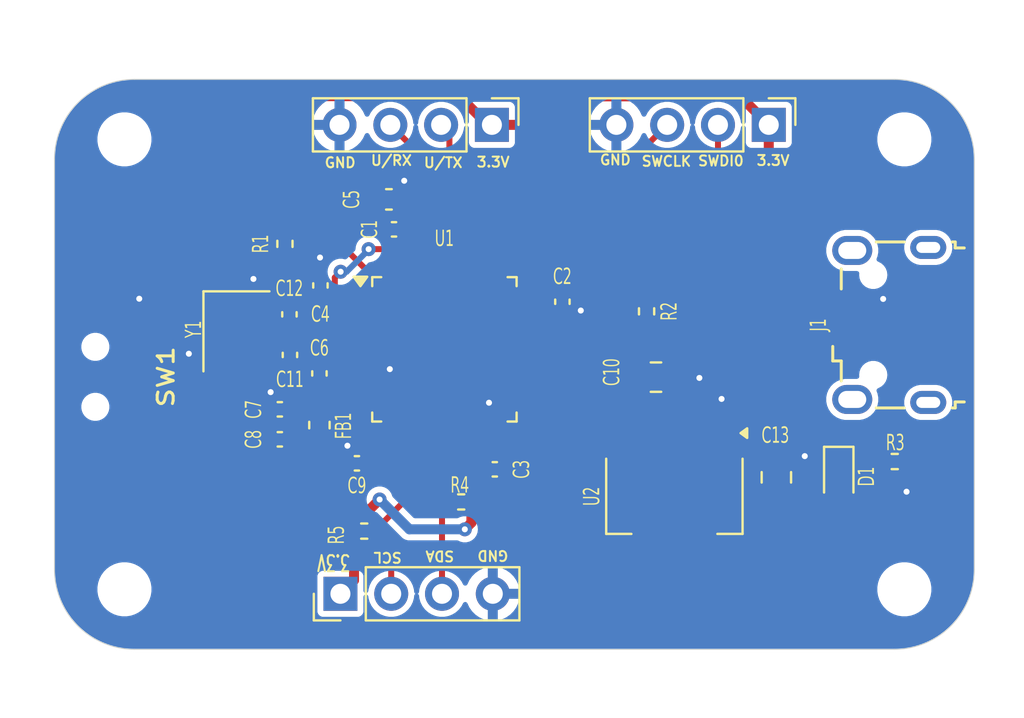
<source format=kicad_pcb>
(kicad_pcb (version 20240108) (generator "pcbnew") (generator_version "8.0")
  (layers (0 "F.Cu" signal) (31 "B.Cu" power) (34 "B.Paste" user) (35 "F.Paste" user) (36 "B.SilkS" user "B.Silkscreen") (37 "F.SilkS" user "F.Silkscreen") (38 "B.Mask" user) (39 "F.Mask" user) (44 "Edge.Cuts" user))
  (net 0 "")
  (net 1 "+3.3V")
  (net 2 "GND")
  (net 3 "+3.3VA")
  (net 4 "/NRST")
  (net 5 "VBUS")
  (net 6 "/HSE_OUT")
  (net 7 "/HSE_IN")
  (net 8 "/POW_LED")
  (net 11 "/USB_D+")
  (net 15 "/SWDI0")
  (net 16 "/SWCLK")
  (net 17 "/USART1_TX")
  (net 18 "/USAET1_RX")
  (net 19 "/I2C_SDA")
  (net 20 "/I2C_SCL")
  (net 21 "/SW_boot0")
  (net 22 "/BOOT0")
  (net 50 "/USB_D-")
  (footprint "MountingHole:MountingHole_2.2mm_M2" (layer "F.Cu") (at 55 52.5)
    (property "Reference" "H3" (hide yes))
    (property "Value" "MountingHole")
    (pad "" np_thru_hole circle (at 0 0) (size 2.2 2.2) (drill 2.2) (layers "*.Cu" "*.Mask"))
  )
  (footprint "Button_Switch_SMD:SW_SPDT_PCM12" (layer "F.Cu") (at 53.875 41.875 -90)
    (property "Reference" "SW1" (at 0 -3.2 90) (layer "F.SilkS") (effects (font (size 0.8 1))))
    (property "Value" "SW_DPDT_x2")
    (pad "" smd rect (at -3.65 -0.78 270) (size 1 0.8) (layers "F.Cu" "F.Paste" "F.Mask"))
    (pad "" smd rect (at -3.65 1.43 270) (size 1 0.8) (layers "F.Cu" "F.Paste" "F.Mask"))
    (pad "" np_thru_hole circle (at -1.5 0.33 270) (size 0.9 0.9) (drill 0.9) (layers "*.Cu" "*.Mask"))
    (pad "" np_thru_hole circle (at 1.5 0.33 270) (size 0.9 0.9) (drill 0.9) (layers "*.Cu" "*.Mask"))
    (pad "" smd rect (at 3.65 -0.78 270) (size 1 0.8) (layers "F.Cu" "F.Paste" "F.Mask"))
    (pad "" smd rect (at 3.65 1.43 270) (size 1 0.8) (layers "F.Cu" "F.Paste" "F.Mask"))
    (pad "1" smd rect (at -2.25 -1.43 270) (size 0.7 1.5) (layers "F.Cu" "F.Paste" "F.Mask") (net 2 "GND"))
    (pad "2" smd rect (at 0.75 -1.43 270) (size 0.7 1.5) (layers "F.Cu" "F.Paste" "F.Mask") (net 21 "/SW_boot0"))
    (pad "3" smd rect (at 2.25 -1.43 270) (size 0.7 1.5) (layers "F.Cu" "F.Paste" "F.Mask") (net 1 "+3.3V"))
  )
  (footprint "Capacitor_SMD:C_0402_1005Metric" (layer "F.Cu") (at 62.77 43.5 180)
    (property "Reference" "C7" (at 1.27 0 90) (layer "F.SilkS") (effects (font (size 0.8 0.5))))
    (property "Value" "1u")
    (fp_line (start -0.107836 0.36) (end 0.107836 0.36) (stroke (width 0.12)) (layer "F.SilkS"))
    (fp_line (start -0.107836 -0.36) (end 0.107836 -0.36) (stroke (width 0.12)) (layer "F.SilkS"))
    (pad "1" smd roundrect (at -0.48 0 180) (size 0.56 0.62) (layers "F.Cu" "F.Paste" "F.Mask") (net 3 "+3.3VA"))
    (pad "2" smd roundrect (at 0.48 0 180) (size 0.56 0.62) (layers "F.Cu" "F.Paste" "F.Mask") (net 2 "GND"))
  )
  (footprint "Crystal:Crystal_SMD_3225-4Pin_3.2x2.5mm" (layer "F.Cu") (at 60.6 39.6 -90)
    (property "Reference" "Y1" (at -0.1 2.1 90) (layer "F.SilkS") (effects (font (size 0.8 0.5))))
    (property "Value" "16MHz")
    (fp_line (start -2 1.65) (end 2 1.65) (stroke (width 0.12)) (layer "F.SilkS"))
    (fp_line (start -2 -1.65) (end -2 1.65) (stroke (width 0.12)) (layer "F.SilkS"))
    (pad "1" smd rect (at -1.1 0.85 270) (size 1.4 1.2) (layers "F.Cu" "F.Paste" "F.Mask") (net 7 "/HSE_IN"))
    (pad "2" smd rect (at 1.1 0.85 270) (size 1.4 1.2) (layers "F.Cu" "F.Paste" "F.Mask") (net 2 "GND"))
    (pad "3" smd rect (at 1.1 -0.85 270) (size 1.4 1.2) (layers "F.Cu" "F.Paste" "F.Mask") (net 6 "/HSE_OUT"))
    (pad "4" smd rect (at -1.1 -0.85 270) (size 1.4 1.2) (layers "F.Cu" "F.Paste" "F.Mask") (net 2 "GND"))
  )
  (footprint "Capacitor_SMD:C_0402_1005Metric" (layer "F.Cu") (at 64.75 41.705 90)
    (property "Reference" "C6" (at 1.23 0 360) (layer "F.SilkS") (effects (font (size 0.8 0.5))))
    (property "Value" "10n")
    (fp_line (start -0.107836 -0.36) (end 0.107836 -0.36) (stroke (width 0.12)) (layer "F.SilkS"))
    (fp_line (start -0.107836 0.36) (end 0.107836 0.36) (stroke (width 0.12)) (layer "F.SilkS"))
    (pad "1" smd roundrect (at -0.48 0 90) (size 0.56 0.62) (layers "F.Cu" "F.Paste" "F.Mask") (net 3 "+3.3VA"))
    (pad "2" smd roundrect (at 0.48 0 90) (size 0.56 0.62) (layers "F.Cu" "F.Paste" "F.Mask") (net 2 "GND"))
  )
  (footprint "Capacitor_SMD:C_0402_1005Metric" (layer "F.Cu") (at 63.275 40.78 90)
    (property "Reference" "C11" (at -1.27 0 360) (layer "F.SilkS") (effects (font (size 0.8 0.5))))
    (property "Value" "10pF")
    (fp_line (start -0.107836 -0.36) (end 0.107836 -0.36) (stroke (width 0.12)) (layer "F.SilkS"))
    (fp_line (start -0.107836 0.36) (end 0.107836 0.36) (stroke (width 0.12)) (layer "F.SilkS"))
    (pad "1" smd roundrect (at -0.48 0 90) (size 0.56 0.62) (layers "F.Cu" "F.Paste" "F.Mask") (net 2 "GND"))
    (pad "2" smd roundrect (at 0.48 0 90) (size 0.56 0.62) (layers "F.Cu" "F.Paste" "F.Mask") (net 6 "/HSE_OUT"))
  )
  (footprint "Capacitor_SMD:C_0805_2012Metric" (layer "F.Cu") (at 87.6 46.9 90)
    (property "Reference" "C13" (at 2.06 -0.05 180) (layer "F.SilkS") (effects (font (size 0.8 0.5))))
    (property "Value" "22uF")
    (fp_line (start -0.261252 -0.735) (end 0.261252 -0.735) (stroke (width 0.12)) (layer "F.SilkS"))
    (fp_line (start -0.261252 0.735) (end 0.261252 0.735) (stroke (width 0.12)) (layer "F.SilkS"))
    (pad "1" smd roundrect (at -0.95 0 90) (size 1 1.45) (layers "F.Cu" "F.Paste" "F.Mask") (net 1 "+3.3V"))
    (pad "2" smd roundrect (at 0.95 0 90) (size 1 1.45) (layers "F.Cu" "F.Paste" "F.Mask") (net 2 "GND"))
  )
  (footprint "Capacitor_SMD:C_0603_1608Metric" (layer "F.Cu") (at 68.225 33)
    (property "Reference" "C5" (at -1.825 0 90) (layer "F.SilkS") (effects (font (size 0.8 0.5))))
    (property "Value" "10u")
    (fp_line (start -0.14058 -0.51) (end 0.14058 -0.51) (stroke (width 0.12)) (layer "F.SilkS"))
    (fp_line (start -0.14058 0.51) (end 0.14058 0.51) (stroke (width 0.12)) (layer "F.SilkS"))
    (pad "1" smd roundrect (at -0.775 0) (size 0.9 0.95) (layers "F.Cu" "F.Paste" "F.Mask") (net 1 "+3.3V"))
    (pad "2" smd roundrect (at 0.775 0) (size 0.9 0.95) (layers "F.Cu" "F.Paste" "F.Mask") (net 2 "GND"))
  )
  (footprint "Capacitor_SMD:C_0402_1005Metric" (layer "F.Cu") (at 76.9 38.12 -90)
    (property "Reference" "C2" (at -1.22 0 360) (layer "F.SilkS") (effects (font (size 0.8 0.5))))
    (property "Value" "100nF")
    (fp_line (start -0.107836 0.36) (end 0.107836 0.36) (stroke (width 0.12)) (layer "F.SilkS"))
    (fp_line (start -0.107836 -0.36) (end 0.107836 -0.36) (stroke (width 0.12)) (layer "F.SilkS"))
    (pad "1" smd roundrect (at -0.48 0 270) (size 0.56 0.62) (layers "F.Cu" "F.Paste" "F.Mask") (net 1 "+3.3V"))
    (pad "2" smd roundrect (at 0.48 0 270) (size 0.56 0.62) (layers "F.Cu" "F.Paste" "F.Mask") (net 2 "GND"))
  )
  (footprint "Capacitor_SMD:C_0402_1005Metric" (layer "F.Cu") (at 64.8 37.305 90)
    (property "Reference" "C4" (at -1.48 0 360) (layer "F.SilkS") (effects (font (size 0.8 0.5))))
    (property "Value" "100nF")
    (fp_line (start -0.107836 -0.36) (end 0.107836 -0.36) (stroke (width 0.12)) (layer "F.SilkS"))
    (fp_line (start -0.107836 0.36) (end 0.107836 0.36) (stroke (width 0.12)) (layer "F.SilkS"))
    (pad "1" smd roundrect (at -0.48 0 90) (size 0.56 0.62) (layers "F.Cu" "F.Paste" "F.Mask") (net 1 "+3.3V"))
    (pad "2" smd roundrect (at 0.48 0 90) (size 0.56 0.62) (layers "F.Cu" "F.Paste" "F.Mask") (net 2 "GND"))
  )
  (footprint "Resistor_SMD:R_0402_1005Metric" (layer "F.Cu") (at 63.025 35.225 90)
    (property "Reference" "R1" (at 0 -1.17 90) (layer "F.SilkS") (effects (font (size 0.8 0.5))))
    (property "Value" "10k")
    (fp_line (start -0.153641 -0.38) (end 0.153641 -0.38) (stroke (width 0.12)) (layer "F.SilkS"))
    (fp_line (start -0.153641 0.38) (end 0.153641 0.38) (stroke (width 0.12)) (layer "F.SilkS"))
    (pad "1" smd roundrect (at -0.51 0 90) (size 0.54 0.64) (layers "F.Cu" "F.Paste" "F.Mask") (net 21 "/SW_boot0"))
    (pad "2" smd roundrect (at 0.51 0 90) (size 0.54 0.64) (layers "F.Cu" "F.Paste" "F.Mask") (net 22 "/BOOT0"))
  )
  (footprint "Capacitor_SMD:C_0402_1005Metric" (layer "F.Cu") (at 73.52 46.5 180)
    (property "Reference" "C3" (at -1.38 0 90) (layer "F.SilkS") (effects (font (size 0.8 0.5))))
    (property "Value" "100nF")
    (fp_line (start -0.107836 0.36) (end 0.107836 0.36) (stroke (width 0.12)) (layer "F.SilkS"))
    (fp_line (start -0.107836 -0.36) (end 0.107836 -0.36) (stroke (width 0.12)) (layer "F.SilkS"))
    (pad "1" smd roundrect (at -0.48 0 180) (size 0.56 0.62) (layers "F.Cu" "F.Paste" "F.Mask") (net 1 "+3.3V"))
    (pad "2" smd roundrect (at 0.48 0 180) (size 0.56 0.62) (layers "F.Cu" "F.Paste" "F.Mask") (net 2 "GND"))
  )
  (footprint "LED_SMD:LED_0603_1608Metric" (layer "F.Cu") (at 90.72 46.86 -90)
    (property "Reference" "D1" (at 0 -1.43 90) (layer "F.SilkS") (effects (font (size 0.8 0.5))))
    (property "Value" "RED")
    (fp_line (start -1.485 0.735) (end 0.8 0.735) (stroke (width 0.12)) (layer "F.SilkS"))
    (fp_line (start -1.485 -0.735) (end -1.485 0.735) (stroke (width 0.12)) (layer "F.SilkS"))
    (fp_line (start 0.8 -0.735) (end -1.485 -0.735) (stroke (width 0.12)) (layer "F.SilkS"))
    (pad "1" smd roundrect (at -0.7875 0 270) (size 0.875 0.95) (layers "F.Cu" "F.Paste" "F.Mask") (net 8 "/POW_LED"))
    (pad "2" smd roundrect (at 0.7875 0 270) (size 0.875 0.95) (layers "F.Cu" "F.Paste" "F.Mask") (net 1 "+3.3V"))
  )
  (footprint "Capacitor_SMD:C_0805_2012Metric" (layer "F.Cu") (at 81.58 41.89)
    (property "Reference" "C10" (at -2.17 -0.25 90) (layer "F.SilkS") (effects (font (size 0.8 0.5))))
    (property "Value" "22uF")
    (fp_line (start -0.261252 -0.735) (end 0.261252 -0.735) (stroke (width 0.12)) (layer "F.SilkS"))
    (fp_line (start -0.261252 0.735) (end 0.261252 0.735) (stroke (width 0.12)) (layer "F.SilkS"))
    (pad "1" smd roundrect (at -0.95 0) (size 1 1.45) (layers "F.Cu" "F.Paste" "F.Mask") (net 5 "VBUS"))
    (pad "2" smd roundrect (at 0.95 0) (size 1 1.45) (layers "F.Cu" "F.Paste" "F.Mask") (net 2 "GND"))
  )
  (footprint "Connector_USB:USB_Micro-B_Wuerth_629105150521" (layer "F.Cu") (at 93.245 39.28 90)
    (property "Reference" "J1" (at 0 -3.5 90) (layer "F.SilkS") (effects (font (size 0.8 0.5) (thickness 0.125))))
    (property "Value" "USB_B_Micro")
    (fp_line (start -1.075 -2.825) (end -1.8 -2.825) (stroke (width 0.15)) (layer "F.SilkS"))
    (fp_line (start -1.8 -2.825) (end -1.8 -2.4) (stroke (width 0.15)) (layer "F.SilkS"))
    (fp_line (start 1.8 -2.4) (end 2.8 -2.4) (stroke (width 0.15)) (layer "F.SilkS"))
    (fp_line (start -1.8 -2.4) (end -2.8 -2.4) (stroke (width 0.15)) (layer "F.SilkS"))
    (fp_line (start -4.15 -0.65) (end -4.15 0.75) (stroke (width 0.15)) (layer "F.SilkS"))
    (fp_line (start 4.15 0.75) (end 4.15 -0.65) (stroke (width 0.15)) (layer "F.SilkS"))
    (fp_line (start -4.15 3.15) (end -4.15 3.3) (stroke (width 0.15)) (layer "F.SilkS"))
    (fp_line (start 4.15 3.3) (end 4.15 3.15) (stroke (width 0.15)) (layer "F.SilkS"))
    (fp_line (start 3.85 3.3) (end 4.15 3.3) (stroke (width 0.15)) (layer "F.SilkS"))
    (fp_line (start -3.85 3.3) (end -3.85 3.75) (stroke (width 0.15)) (layer "F.SilkS"))
    (fp_line (start -4.15 3.3) (end -3.85 3.3) (stroke (width 0.15)) (layer "F.SilkS"))
    (fp_line (start 3.85 3.75) (end 3.85 3.3) (stroke (width 0.15)) (layer "F.SilkS"))
    (pad "" np_thru_hole oval (at -2.5 -0.8 90) (size 0.8 0.8) (drill 0.8) (layers "*.Cu" "*.Mask"))
    (pad "" np_thru_hole oval (at 2.5 -0.8 90) (size 0.8 0.8) (drill 0.8) (layers "*.Cu" "*.Mask"))
    (pad "1" smd rect (at -1.3 -1.9 90) (size 0.45 1.3) (layers "F.Cu" "F.Paste" "F.Mask") (net 5 "VBUS"))
    (pad "2" smd rect (at -0.65 -1.9 90) (size 0.45 1.3) (layers "F.Cu" "F.Paste" "F.Mask") (net 50 "/USB_D-"))
    (pad "3" smd rect (at 0 -1.9 90) (size 0.45 1.3) (layers "F.Cu" "F.Paste" "F.Mask") (net 11 "/USB_D+"))
    (pad "4" smd rect (at 0.65 -1.9 90) (size 0.45 1.3) (layers "F.Cu" "F.Paste" "F.Mask"))
    (pad "5" smd rect (at 1.3 -1.9 90) (size 0.45 1.3) (layers "F.Cu" "F.Paste" "F.Mask") (net 2 "GND"))
    (pad "6" thru_hole oval (at -3.875 1.95 90) (size 1.15 1.8) (drill oval 0.55 1.2) (layers "*.Cu" "*.Mask"))
    (pad "6" thru_hole oval (at -3.725 -1.85 90) (size 1.45 2) (drill oval 0.85 1.4) (layers "*.Cu" "*.Mask"))
    (pad "6" thru_hole oval (at 3.725 -1.85 90) (size 1.45 2) (drill oval 0.85 1.4) (layers "*.Cu" "*.Mask"))
    (pad "6" thru_hole oval (at 3.875 1.95 90) (size 1.15 1.8) (drill oval 0.55 1.2) (layers "*.Cu" "*.Mask"))
  )
  (footprint "MountingHole:MountingHole_2.2mm_M2" (layer "F.Cu") (at 94 30)
    (property "Reference" "H1" (hide yes))
    (property "Value" "MountingHole")
    (pad "" np_thru_hole circle (at 0 0) (size 2.2 2.2) (drill 2.2) (layers "*.Cu" "*.Mask"))
  )
  (footprint "Package_TO_SOT_SMD:SOT-223-3_TabPin2" (layer "F.Cu") (at 82.5 47.82 -90)
    (property "Reference" "U2" (at 0.03 4.09 90) (layer "F.SilkS") (effects (font (size 0.8 0.5))))
    (property "Value" "AMS1117-3.3")
    (fp_line (start -1.85 3.41) (end 1.91 3.41) (stroke (width 0.12)) (layer "F.SilkS"))
    (fp_line (start 1.91 3.41) (end 1.91 2.15) (stroke (width 0.12)) (layer "F.SilkS"))
    (fp_line (start -1.85 -3.41) (end 1.91 -3.41) (stroke (width 0.12)) (layer "F.SilkS"))
    (fp_line (start 1.91 -3.41) (end 1.91 -2.15) (stroke (width 0.12)) (layer "F.SilkS"))
    (fp_poly (pts (xy -3.13 -3.31) (xy -3.37 -3.64) (xy -2.89 -3.64) (xy -3.13 -3.31)) (stroke (width 0.12)) (fill solid) (layer "F.SilkS"))
    (pad "1" smd roundrect (at -3.15 -2.3 270) (size 2 1.5) (layers "F.Cu" "F.Paste" "F.Mask") (net 2 "GND"))
    (pad "2" smd roundrect (at -3.15 0 270) (size 2 1.5) (layers "F.Cu" "F.Paste" "F.Mask") (net 1 "+3.3V"))
    (pad "2" smd roundrect (at 3.15 0 270) (size 2 3.8) (layers "F.Cu" "F.Paste" "F.Mask") (net 1 "+3.3V"))
    (pad "3" smd roundrect (at -3.15 2.3 270) (size 2 1.5) (layers "F.Cu" "F.Paste" "F.Mask") (net 5 "VBUS"))
  )
  (footprint "Connector_PinHeader_2.54mm:PinHeader_1x04_P2.54mm_Vertical" (layer "F.Cu") (at 65.8 52.725 90)
    (property "Reference" "J8" (hide yes))
    (property "Value" "Conn_01x04_Pin")
    (fp_line (start -1.33 -1.33) (end 0 -1.33) (stroke (width 0.12)) (layer "F.SilkS"))
    (fp_line (start -1.33 0) (end -1.33 -1.33) (stroke (width 0.12)) (layer "F.SilkS"))
    (fp_line (start 1.33 1.27) (end 1.33 8.95) (stroke (width 0.12)) (layer "F.SilkS"))
    (fp_line (start -1.33 1.27) (end 1.33 1.27) (stroke (width 0.12)) (layer "F.SilkS"))
    (fp_line (start -1.33 1.27) (end -1.33 8.95) (stroke (width 0.12)) (layer "F.SilkS"))
    (fp_line (start -1.33 8.95) (end 1.33 8.95) (stroke (width 0.12)) (layer "F.SilkS"))
    (pad "1" thru_hole rect (at 0 0 90) (size 1.7 1.7) (drill 1) (layers "*.Cu" "*.Mask") (net 1 "+3.3V"))
    (pad "2" thru_hole oval (at 0 2.54 90) (size 1.7 1.7) (drill 1) (layers "*.Cu" "*.Mask") (net 20 "/I2C_SCL"))
    (pad "3" thru_hole oval (at 0 5.08 90) (size 1.7 1.7) (drill 1) (layers "*.Cu" "*.Mask") (net 19 "/I2C_SDA"))
    (pad "4" thru_hole oval (at 0 7.62 90) (size 1.7 1.7) (drill 1) (layers "*.Cu" "*.Mask") (net 2 "GND"))
  )
  (footprint "Capacitor_SMD:C_0402_1005Metric" (layer "F.Cu") (at 66.625 46.2 180)
    (property "Reference" "C9" (at 0 -1.16 360) (layer "F.SilkS") (effects (font (size 0.8 0.5))))
    (property "Value" "100nF")
    (fp_line (start -0.107836 0.36) (end 0.107836 0.36) (stroke (width 0.12)) (layer "F.SilkS"))
    (fp_line (start -0.107836 -0.36) (end 0.107836 -0.36) (stroke (width 0.12)) (layer "F.SilkS"))
    (pad "1" smd roundrect (at -0.48 0 180) (size 0.56 0.62) (layers "F.Cu" "F.Paste" "F.Mask") (net 4 "/NRST"))
    (pad "2" smd roundrect (at 0.48 0 180) (size 0.56 0.62) (layers "F.Cu" "F.Paste" "F.Mask") (net 2 "GND"))
  )
  (footprint "Resistor_SMD:R_0402_1005Metric" (layer "F.Cu") (at 71.84 48.13 180)
    (property "Reference" "R4" (at 0.07 0.8 360) (layer "F.SilkS") (effects (font (size 0.8 0.5))))
    (property "Value" "1.5K")
    (fp_line (start -0.153641 0.38) (end 0.153641 0.38) (stroke (width 0.12)) (layer "F.SilkS"))
    (fp_line (start -0.153641 -0.38) (end 0.153641 -0.38) (stroke (width 0.12)) (layer "F.SilkS"))
    (pad "1" smd roundrect (at -0.51 0 180) (size 0.54 0.64) (layers "F.Cu" "F.Paste" "F.Mask") (net 1 "+3.3V"))
    (pad "2" smd roundrect (at 0.51 0 180) (size 0.54 0.64) (layers "F.Cu" "F.Paste" "F.Mask") (net 19 "/I2C_SDA"))
  )
  (footprint "Resistor_SMD:R_0402_1005Metric" (layer "F.Cu") (at 81.11 38.6 -90)
    (property "Reference" "R2" (at 0 -1.17 90) (layer "F.SilkS") (effects (font (size 0.8 0.5))))
    (property "Value" "1.5k")
    (fp_line (start -0.153641 0.38) (end 0.153641 0.38) (stroke (width 0.12)) (layer "F.SilkS"))
    (fp_line (start -0.153641 -0.38) (end 0.153641 -0.38) (stroke (width 0.12)) (layer "F.SilkS"))
    (pad "1" smd roundrect (at -0.51 0 270) (size 0.54 0.64) (layers "F.Cu" "F.Paste" "F.Mask") (net 1 "+3.3V"))
    (pad "2" smd roundrect (at 0.51 0 270) (size 0.54 0.64) (layers "F.Cu" "F.Paste" "F.Mask") (net 11 "/USB_D+"))
  )
  (footprint "Package_QFP:LQFP-48_7x7mm_P0.5mm" (layer "F.Cu") (at 71 40.5)
    (property "Reference" "U1" (at 0 -5.5 0) (layer "F.SilkS") (effects (font (size 0.8 0.5))))
    (property "Value" "STM32F103C8T6")
    (fp_line (start -3.61 -3.61) (end -3.61 -3.16) (stroke (width 0.12)) (layer "F.SilkS"))
    (fp_line (start -3.61 3.61) (end -3.61 3.16) (stroke (width 0.12)) (layer "F.SilkS"))
    (fp_line (start -3.16 -3.61) (end -3.61 -3.61) (stroke (width 0.12)) (layer "F.SilkS"))
    (fp_line (start -3.16 3.61) (end -3.61 3.61) (stroke (width 0.12)) (layer "F.SilkS"))
    (fp_line (start 3.16 -3.61) (end 3.61 -3.61) (stroke (width 0.12)) (layer "F.SilkS"))
    (fp_line (start 3.16 3.61) (end 3.61 3.61) (stroke (width 0.12)) (layer "F.SilkS"))
    (fp_line (start 3.61 -3.61) (end 3.61 -3.16) (stroke (width 0.12)) (layer "F.SilkS"))
    (fp_line (start 3.61 3.61) (end 3.61 3.16) (stroke (width 0.12)) (layer "F.SilkS"))
    (fp_poly (pts (xy -4.2 -3.16) (xy -4.54 -3.63) (xy -3.86 -3.63) (xy -4.2 -3.16)) (stroke (width 0.12)) (fill solid) (layer "F.SilkS"))
    (pad "1" smd roundrect (at -4.1625 -2.75) (size 1.475 0.3) (layers "F.Cu" "F.Paste" "F.Mask") (net 1 "+3.3V"))
    (pad "2" smd roundrect (at -4.1625 -2.25) (size 1.475 0.3) (layers "F.Cu" "F.Paste" "F.Mask"))
    (pad "3" smd roundrect (at -4.1625 -1.75) (size 1.475 0.3) (layers "F.Cu" "F.Paste" "F.Mask"))
    (pad "4" smd roundrect (at -4.1625 -1.25) (size 1.475 0.3) (layers "F.Cu" "F.Paste" "F.Mask"))
    (pad "5" smd roundrect (at -4.1625 -0.75) (size 1.475 0.3) (layers "F.Cu" "F.Paste" "F.Mask") (net 7 "/HSE_IN"))
    (pad "6" smd roundrect (at -4.1625 -0.25) (size 1.475 0.3) (layers "F.Cu" "F.Paste" "F.Mask") (net 6 "/HSE_OUT"))
    (pad "7" smd roundrect (at -4.1625 0.25) (size 1.475 0.3) (layers "F.Cu" "F.Paste" "F.Mask") (net 4 "/NRST"))
    (pad "8" smd roundrect (at -4.1625 0.75) (size 1.475 0.3) (layers "F.Cu" "F.Paste" "F.Mask") (net 2 "GND"))
    (pad "9" smd roundrect (at -4.1625 1.25) (size 1.475 0.3) (layers "F.Cu" "F.Paste" "F.Mask") (net 3 "+3.3VA"))
    (pad "10" smd roundrect (at -4.1625 1.75) (size 1.475 0.3) (layers "F.Cu" "F.Paste" "F.Mask"))
    (pad "11" smd roundrect (at -4.1625 2.25) (size 1.475 0.3) (layers "F.Cu" "F.Paste" "F.Mask"))
    (pad "12" smd roundrect (at -4.1625 2.75) (size 1.475 0.3) (layers "F.Cu" "F.Paste" "F.Mask"))
    (pad "13" smd roundrect (at -2.75 4.1625) (size 0.3 1.475) (layers "F.Cu" "F.Paste" "F.Mask"))
    (pad "14" smd roundrect (at -2.25 4.1625) (size 0.3 1.475) (layers "F.Cu" "F.Paste" "F.Mask"))
    (pad "15" smd roundrect (at -1.75 4.1625) (size 0.3 1.475) (layers "F.Cu" "F.Paste" "F.Mask"))
    (pad "16" smd roundrect (at -1.25 4.1625) (size 0.3 1.475) (layers "F.Cu" "F.Paste" "F.Mask"))
    (pad "17" smd roundrect (at -0.75 4.1625) (size 0.3 1.475) (layers "F.Cu" "F.Paste" "F.Mask"))
    (pad "18" smd roundrect (at -0.25 4.1625) (size 0.3 1.475) (layers "F.Cu" "F.Paste" "F.Mask"))
    (pad "19" smd roundrect (at 0.25 4.1625) (size 0.3 1.475) (layers "F.Cu" "F.Paste" "F.Mask"))
    (pad "20" smd roundrect (at 0.75 4.1625) (size 0.3 1.475) (layers "F.Cu" "F.Paste" "F.Mask"))
    (pad "21" smd roundrect (at 1.25 4.1625) (size 0.3 1.475) (layers "F.Cu" "F.Paste" "F.Mask") (net 20 "/I2C_SCL"))
    (pad "22" smd roundrect (at 1.75 4.1625) (size 0.3 1.475) (layers "F.Cu" "F.Paste" "F.Mask") (net 19 "/I2C_SDA"))
    (pad "23" smd roundrect (at 2.25 4.1625) (size 0.3 1.475) (layers "F.Cu" "F.Paste" "F.Mask") (net 2 "GND"))
    (pad "24" smd roundrect (at 2.75 4.1625) (size 0.3 1.475) (layers "F.Cu" "F.Paste" "F.Mask") (net 1 "+3.3V"))
    (pad "25" smd roundrect (at 4.1625 2.75) (size 1.475 0.3) (layers "F.Cu" "F.Paste" "F.Mask"))
    (pad "26" smd roundrect (at 4.1625 2.25) (size 1.475 0.3) (layers "F.Cu" "F.Paste" "F.Mask"))
    (pad "27" smd roundrect (at 4.1625 1.75) (size 1.475 0.3) (layers "F.Cu" "F.Paste" "F.Mask"))
    (pad "28" smd roundrect (at 4.1625 1.25) (size 1.475 0.3) (layers "F.Cu" "F.Paste" "F.Mask"))
    (pad "29" smd roundrect (at 4.1625 0.75) (size 1.475 0.3) (layers "F.Cu" "F.Paste" "F.Mask"))
    (pad "30" smd roundrect (at 4.1625 0.25) (size 1.475 0.3) (layers "F.Cu" "F.Paste" "F.Mask"))
    (pad "31" smd roundrect (at 4.1625 -0.25) (size 1.475 0.3) (layers "F.Cu" "F.Paste" "F.Mask"))
    (pad "32" smd roundrect (at 4.1625 -0.75) (size 1.475 0.3) (layers "F.Cu" "F.Paste" "F.Mask") (net 50 "/USB_D-"))
    (pad "33" smd roundrect (at 4.1625 -1.25) (size 1.475 0.3) (layers "F.Cu" "F.Paste" "F.Mask") (net 11 "/USB_D+"))
    (pad "34" smd roundrect (at 4.1625 -1.75) (size 1.475 0.3) (layers "F.Cu" "F.Paste" "F.Mask") (net 15 "/SWDI0"))
    (pad "35" smd roundrect (at 4.1625 -2.25) (size 1.475 0.3) (layers "F.Cu" "F.Paste" "F.Mask") (net 2 "GND"))
    (pad "36" smd roundrect (at 4.1625 -2.75) (size 1.475 0.3) (layers "F.Cu" "F.Paste" "F.Mask") (net 1 "+3.3V"))
    (pad "37" smd roundrect (at 2.75 -4.1625) (size 0.3 1.475) (layers "F.Cu" "F.Paste" "F.Mask") (net 16 "/SWCLK"))
    (pad "38" smd roundrect (at 2.25 -4.1625) (size 0.3 1.475) (layers "F.Cu" "F.Paste" "F.Mask"))
    (pad "39" smd roundrect (at 1.75 -4.1625) (size 0.3 1.475) (layers "F.Cu" "F.Paste" "F.Mask"))
    (pad "40" smd roundrect (at 1.25 -4.1625) (size 0.3 1.475) (layers "F.Cu" "F.Paste" "F.Mask"))
    (pad "41" smd roundrect (at 0.75 -4.1625) (size 0.3 1.475) (layers "F.Cu" "F.Paste" "F.Mask"))
    (pad "42" smd roundrect (at 0.25 -4.1625) (size 0.3 1.475) (layers "F.Cu" "F.Paste" "F.Mask") (net 17 "/USART1_TX"))
    (pad "43" smd roundrect (at -0.25 -4.1625) (size 0.3 1.475) (layers "F.Cu" "F.Paste" "F.Mask") (net 18 "/USAET1_RX"))
    (pad "44" smd roundrect (at -0.75 -4.1625) (size 0.3 1.475) (layers "F.Cu" "F.Paste" "F.Mask") (net 22 "/BOOT0"))
    (pad "45" smd roundrect (at -1.25 -4.1625) (size 0.3 1.475) (layers "F.Cu" "F.Paste" "F.Mask"))
    (pad "46" smd roundrect (at -1.75 -4.1625) (size 0.3 1.475) (layers "F.Cu" "F.Paste" "F.Mask"))
    (pad "47" smd roundrect (at -2.25 -4.1625) (size 0.3 1.475) (layers "F.Cu" "F.Paste" "F.Mask") (net 2 "GND"))
    (pad "48" smd roundrect (at -2.75 -4.1625) (size 0.3 1.475) (layers "F.Cu" "F.Paste" "F.Mask") (net 1 "+3.3V"))
  )
  (footprint "Capacitor_SMD:C_0402_1005Metric" (layer "F.Cu") (at 68.48 34.5)
    (property "Reference" "C1" (at -1.18 0 90) (layer "F.SilkS") (effects (font (size 0.8 0.5))))
    (property "Value" "100nF")
    (fp_line (start -0.107836 -0.36) (end 0.107836 -0.36) (stroke (width 0.12)) (layer "F.SilkS"))
    (fp_line (start -0.107836 0.36) (end 0.107836 0.36) (stroke (width 0.12)) (layer "F.SilkS"))
    (pad "1" smd roundrect (at -0.48 0) (size 0.56 0.62) (layers "F.Cu" "F.Paste" "F.Mask") (net 1 "+3.3V"))
    (pad "2" smd roundrect (at 0.48 0) (size 0.56 0.62) (layers "F.Cu" "F.Paste" "F.Mask") (net 2 "GND"))
  )
  (footprint "Resistor_SMD:R_0402_1005Metric" (layer "F.Cu") (at 66.99 49.59)
    (property "Reference" "R5" (at -1.35 0.19 90) (layer "F.SilkS") (effects (font (size 0.8 0.5))))
    (property "Value" "1.5K")
    (fp_line (start -0.153641 -0.38) (end 0.153641 -0.38) (stroke (width 0.12)) (layer "F.SilkS"))
    (fp_line (start -0.153641 0.38) (end 0.153641 0.38) (stroke (width 0.12)) (layer "F.SilkS"))
    (pad "1" smd roundrect (at -0.51 0) (size 0.54 0.64) (layers "F.Cu" "F.Paste" "F.Mask") (net 1 "+3.3V"))
    (pad "2" smd roundrect (at 0.51 0) (size 0.54 0.64) (layers "F.Cu" "F.Paste" "F.Mask") (net 20 "/I2C_SCL"))
  )
  (footprint "Capacitor_SMD:C_0402_1005Metric" (layer "F.Cu") (at 63.25 38.75 -90)
    (property "Reference" "C12" (at -1.25 0 360) (layer "F.SilkS") (effects (font (size 0.8 0.5))))
    (property "Value" "10pF")
    (fp_line (start -0.107836 0.36) (end 0.107836 0.36) (stroke (width 0.12)) (layer "F.SilkS"))
    (fp_line (start -0.107836 -0.36) (end 0.107836 -0.36) (stroke (width 0.12)) (layer "F.SilkS"))
    (pad "1" smd roundrect (at -0.48 0 270) (size 0.56 0.62) (layers "F.Cu" "F.Paste" "F.Mask") (net 2 "GND"))
    (pad "2" smd roundrect (at 0.48 0 270) (size 0.56 0.62) (layers "F.Cu" "F.Paste" "F.Mask") (net 7 "/HSE_IN"))
  )
  (footprint "Resistor_SMD:R_0402_1005Metric" (layer "F.Cu") (at 93.52 46.11)
    (property "Reference" "R3" (at 0.025 -0.9 360) (layer "F.SilkS") (effects (font (size 0.8 0.5))))
    (property "Value" "1.5k")
    (fp_line (start -0.153641 -0.38) (end 0.153641 -0.38) (stroke (width 0.12)) (layer "F.SilkS"))
    (fp_line (start -0.153641 0.38) (end 0.153641 0.38) (stroke (width 0.12)) (layer "F.SilkS"))
    (pad "1" smd roundrect (at -0.51 0) (size 0.54 0.64) (layers "F.Cu" "F.Paste" "F.Mask") (net 8 "/POW_LED"))
    (pad "2" smd roundrect (at 0.51 0) (size 0.54 0.64) (layers "F.Cu" "F.Paste" "F.Mask") (net 2 "GND"))
  )
  (footprint "Connector_PinHeader_2.54mm:PinHeader_1x04_P2.54mm_Vertical" (layer "F.Cu") (at 73.375 29.275 -90)
    (property "Reference" "J7" (hide yes))
    (property "Value" "Conn_01x04_Pin")
    (fp_line (start -1.33 8.95) (end 1.33 8.95) (stroke (width 0.12)) (layer "F.SilkS"))
    (fp_line (start -1.33 1.27) (end -1.33 8.95) (stroke (width 0.12)) (layer "F.SilkS"))
    (fp_line (start -1.33 1.27) (end 1.33 1.27) (stroke (width 0.12)) (layer "F.SilkS"))
    (fp_line (start 1.33 1.27) (end 1.33 8.95) (stroke (width 0.12)) (layer "F.SilkS"))
    (fp_line (start -1.33 0) (end -1.33 -1.33) (stroke (width 0.12)) (layer "F.SilkS"))
    (fp_line (start -1.33 -1.33) (end 0 -1.33) (stroke (width 0.12)) (layer "F.SilkS"))
    (pad "1" thru_hole rect (at 0 0 270) (size 1.7 1.7) (drill 1) (layers "*.Cu" "*.Mask") (net 1 "+3.3V"))
    (pad "2" thru_hole oval (at 0 2.54 270) (size 1.7 1.7) (drill 1) (layers "*.Cu" "*.Mask") (net 17 "/USART1_TX"))
    (pad "3" thru_hole oval (at 0 5.08 270) (size 1.7 1.7) (drill 1) (layers "*.Cu" "*.Mask") (net 18 "/USAET1_RX"))
    (pad "4" thru_hole oval (at 0 7.62 270) (size 1.7 1.7) (drill 1) (layers "*.Cu" "*.Mask") (net 2 "GND"))
  )
  (footprint "Capacitor_SMD:C_0402_1005Metric" (layer "F.Cu") (at 62.77 45 180)
    (property "Reference" "C8" (at 1.27 0 -90) (layer "F.SilkS") (effects (font (size 0.8 0.5))))
    (property "Value" "1u")
    (fp_line (start -0.107836 0.36) (end 0.107836 0.36) (stroke (width 0.12)) (layer "F.SilkS"))
    (fp_line (start -0.107836 -0.36) (end 0.107836 -0.36) (stroke (width 0.12)) (layer "F.SilkS"))
    (pad "1" smd roundrect (at -0.48 0 180) (size 0.56 0.62) (layers "F.Cu" "F.Paste" "F.Mask") (net 1 "+3.3V"))
    (pad "2" smd roundrect (at 0.48 0 180) (size 0.56 0.62) (layers "F.Cu" "F.Paste" "F.Mask") (net 2 "GND"))
  )
  (footprint "MountingHole:MountingHole_2.2mm_M2" (layer "F.Cu") (at 55 30)
    (property "Reference" "H4" (hide yes))
    (property "Value" "MountingHole")
    (pad "" np_thru_hole circle (at 0 0) (size 2.2 2.2) (drill 2.2) (layers "*.Cu" "*.Mask"))
  )
  (footprint "Inductor_SMD:L_0603_1608Metric" (layer "F.Cu") (at 64.75 44.2875 -90)
    (property "Reference" "FB1" (at 0.0375 -1.25 90) (layer "F.SilkS") (effects (font (size 0.8 0.5))))
    (property "Value" "120R")
    (fp_line (start -0.162779 0.51) (end 0.162779 0.51) (stroke (width 0.12)) (layer "F.SilkS"))
    (fp_line (start -0.162779 -0.51) (end 0.162779 -0.51) (stroke (width 0.12)) (layer "F.SilkS"))
    (pad "1" smd roundrect (at -0.7875 0 270) (size 0.875 0.95) (layers "F.Cu" "F.Paste" "F.Mask") (net 3 "+3.3VA"))
    (pad "2" smd roundrect (at 0.7875 0 270) (size 0.875 0.95) (layers "F.Cu" "F.Paste" "F.Mask") (net 1 "+3.3V"))
  )
  (footprint "Connector_PinHeader_2.54mm:PinHeader_1x04_P2.54mm_Vertical" (layer "F.Cu") (at 87.22 29.275 -90)
    (property "Reference" "J2" (hide yes))
    (property "Value" "Conn_01x04_Pin")
    (fp_line (start -1.33 8.95) (end 1.33 8.95) (stroke (width 0.12)) (layer "F.SilkS"))
    (fp_line (start -1.33 1.27) (end -1.33 8.95) (stroke (width 0.12)) (layer "F.SilkS"))
    (fp_line (start -1.33 1.27) (end 1.33 1.27) (stroke (width 0.12)) (layer "F.SilkS"))
    (fp_line (start 1.33 1.27) (end 1.33 8.95) (stroke (width 0.12)) (layer "F.SilkS"))
    (fp_line (start -1.33 0) (end -1.33 -1.33) (stroke (width 0.12)) (layer "F.SilkS"))
    (fp_line (start -1.33 -1.33) (end 0 -1.33) (stroke (width 0.12)) (layer "F.SilkS"))
    (pad "1" thru_hole rect (at 0 0 270) (size 1.7 1.7) (drill 1) (layers "*.Cu" "*.Mask") (net 1 "+3.3V"))
    (pad "2" thru_hole oval (at 0 2.54 270) (size 1.7 1.7) (drill 1) (layers "*.Cu" "*.Mask") (net 15 "/SWDI0"))
    (pad "3" thru_hole oval (at 0 5.08 270) (size 1.7 1.7) (drill 1) (layers "*.Cu" "*.Mask") (net 16 "/SWCLK"))
    (pad "4" thru_hole oval (at 0 7.62 270) (size 1.7 1.7) (drill 1) (layers "*.Cu" "*.Mask") (net 2 "GND"))
  )
  (footprint "MountingHole:MountingHole_2.2mm_M2" (layer "F.Cu") (at 94 52.5)
    (property "Reference" "H2" (hide yes))
    (property "Value" "MountingHole")
    (pad "" np_thru_hole circle (at 0 0) (size 2.2 2.2) (drill 2.2) (layers "*.Cu" "*.Mask"))
  )
  (gr_line (start 55.5 27) (end 93.5 27) (stroke (width 0.05)) (layer "Edge.Cuts"))
  (gr_line (start 51.5 51.5) (end 51.5 31) (stroke (width 0.05)) (layer "Edge.Cuts"))
  (gr_arc (start 51.5 31) (mid 52.671573 28.171573) (end 55.5 27) (stroke (width 0.05)) (layer "Edge.Cuts"))
  (gr_arc (start 55.5 55.5) (mid 52.671573 54.328427) (end 51.5 51.5) (stroke (width 0.05)) (layer "Edge.Cuts"))
  (gr_line (start 93.5 55.5) (end 55.5 55.5) (stroke (width 0.05)) (layer "Edge.Cuts"))
  (gr_line (start 97.5 31) (end 97.5 51.5) (stroke (width 0.05)) (layer "Edge.Cuts"))
  (gr_arc (start 93.5 27) (mid 96.328427 28.171573) (end 97.5 31) (stroke (width 0.05)) (layer "Edge.Cuts"))
  (gr_arc (start 97.5 51.5) (mid 96.328427 54.328427) (end 93.5 55.5) (stroke (width 0.05)) (layer "Edge.Cuts"))
  (gr_text "3.3V" (at 86.56 31.35 0) (layer "F.SilkS") (effects (font (size 0.5 0.5) (thickness 0.1)) (justify left bottom)))
  (gr_text "3.3V" (at 72.56 31.43 0) (layer "F.SilkS") (effects (font (size 0.5 0.5) (thickness 0.1)) (justify left bottom)))
  (gr_text "SWCLK\n" (at 80.81 31.39 0) (layer "F.SilkS") (effects (font (size 0.5 0.5) (thickness 0.1)) (justify left bottom)))
  (gr_text "GND" (at 64.96 31.46 0) (layer "F.SilkS") (effects (font (size 0.5 0.5) (thickness 0.1)) (justify left bottom)))
  (gr_text "SWDI0" (at 83.63 31.37 0) (layer "F.SilkS") (effects (font (size 0.5 0.5) (thickness 0.1)) (justify left bottom)))
  (gr_text "GND" (at 74.25 50.52 180) (layer "F.SilkS") (effects (font (size 0.5 0.5) (thickness 0.1)) (justify left bottom)))
  (gr_text "U/RX\n" (at 67.27 31.35 0) (layer "F.SilkS") (effects (font (size 0.5 0.5) (thickness 0.1)) (justify left bottom)))
  (gr_text "3.3V" (at 66.33 50.69 180) (layer "F.SilkS") (effects (font (size 0.8 0.5) (thickness 0.1)) (justify left bottom)))
  (gr_text "U/TX" (at 69.92 31.46 0) (layer "F.SilkS") (effects (font (size 0.5 0.5) (thickness 0.1)) (justify left bottom)))
  (gr_text "GND" (at 78.72 31.32 0) (layer "F.SilkS") (effects (font (size 0.5 0.5) (thickness 0.1)) (justify left bottom)))
  (gr_text "SDA" (at 71.54 50.54 180) (layer "F.SilkS") (effects (font (size 0.5 0.5) (thickness 0.1)) (justify left bottom)))
  (gr_text "SCL" (at 68.92 50.61 180) (layer "F.SilkS") (effects (font (size 0.5 0.5) (thickness 0.1)) (justify left bottom)))
  (segment (start 65.33 33) (end 64.12 31.79) (width 0.5) (layer "F.Cu") (net 1))
  (segment (start 67.45 33) (end 65.33 33) (width 0.5) (layer "F.Cu") (net 1))
  (segment (start 66.48 49.29) (end 66.48 49.59) (width 0.5) (layer "F.Cu") (net 1))
  (segment (start 65.52 37.75) (end 64.835 37.75) (width 0.3) (layer "F.Cu") (net 1))
  (segment (start 72.35 48.13) (end 72.35 49.17) (width 0.5) (layer "F.Cu") (net 1))
  (segment (start 66.48 52.045) (end 65.8 52.725) (width 0.5) (layer "F.Cu") (net 1))
  (segment (start 72.35 49.17) (end 72.02 49.5) (width 0.5) (layer "F.Cu") (net 1))
  (segment (start 95.35 45.77) (end 93.32 43.74) (width 0.5) (layer "F.Cu") (net 1))
  (segment (start 71.74 27.84) (end 73.175 29.275) (width 0.5) (layer "F.Cu") (net 1))
  (segment (start 67.525 34.4) (end 67.525 33.075) (width 0.5) (layer "F.Cu") (net 1))
  (segment (start 64.675 45) (end 64.75 45.075) (width 0.5) (layer "F.Cu") (net 1))
  (segment (start 93.32 43.74) (end 93.32 42.9) (width 0.5) (layer "F.Cu") (net 1))
  (segment (start 67.625 34.5) (end 67.525 34.4) (width 0.5) (layer "F.Cu") (net 1))
  (segment (start 64.93 27.84) (end 71.74 27.84) (width 0.5) (layer "F.Cu") (net 1))
  (segment (start 73.375 29.275) (end 75.535 29.275) (width 0.5) (layer "F.Cu") (net 1))
  (segment (start 93.79 42.43) (end 93.79 35.87) (width 0.5) (layer "F.Cu") (net 1))
  (segment (start 68 34.5) (end 67.625 34.5) (width 0.5) (layer "F.Cu") (net 1))
  (segment (start 95.35 48.04) (end 95.35 45.77) (width 0.5) (layer "F.Cu") (net 1))
  (segment (start 93.79 35.87) (end 91.84 33.92) (width 0.5) (layer "F.Cu") (net 1))
  (segment (start 87.005 32.195) (end 81.11 38.09) (width 0.5) (layer "F.Cu") (net 1))
  (segment (start 55.305 44.125) (end 58.84 47.66) (width 0.5) (layer "F.Cu") (net 1))
  (segment (start 76.79 37.75) (end 76.9 37.64) (width 0.3) (layer "F.Cu") (net 1))
  (segment (start 86.18 27.85) (end 86.18 28.235) (width 0.5) (layer "F.Cu") (net 1))
  (segment (start 64.75 45.075) (end 64.75 47.66) (width 0.5) (layer "F.Cu") (net 1))
  (segment (start 66.8375 37.75) (end 65.52 37.75) (width 0.3) (layer "F.Cu") (net 1))
  (segment (start 58.84 47.66) (end 64.75 47.66) (width 0.5) (layer "F.Cu") (net 1))
  (segment (start 73.175 29.275) (end 73.375 29.275) (width 0.5) (layer "F.Cu") (net 1))
  (segment (start 90.72 51.17) (end 88.54 53.35) (width 0.5) (layer "F.Cu") (net 1))
  (segment (start 87.22 29.275) (end 87.22 31.98) (width 0.5) (layer "F.Cu") (net 1))
  (segment (start 90.72 47.6475) (end 90.72 49.71) (width 0.5) (layer "F.Cu") (net 1))
  (segment (start 76.14 48.13) (end 76.16 48.11) (width 0.5) (layer "F.Cu") (net 1))
  (segment (start 64.75 47.66) (end 64.75 47.86) (width 0.5) (layer "F.Cu") (net 1))
  (segment (start 90.72 49.71) (end 91.3 49.71) (width 0.5) (layer "F.Cu") (net 1))
  (segment (start 91.84 33.92) (end 88.73 33.92) (width 0.5) (layer "F.Cu") (net 1))
  (segment (start 64.12 31.79) (end 64.12 28.65) (width 0.5) (layer "F.Cu") (net 1))
  (segment (start 90.72 49.71) (end 90.72 51.17) (width 0.5) (layer "F.Cu") (net 1))
  (segment (start 63.25 45) (end 64.675 45) (width 0.5) (layer "F.Cu") (net 1))
  (segment (start 86.18 28.235) (end 87.22 29.275) (width 0.5) (layer "F.Cu") (net 1))
  (segment (start 68.25 35.675) (end 68 35.425) (width 0.3) (layer "F.Cu") (net 1))
  (segment (start 64.835 37.75) (end 64.8 37.785) (width 0.3) (layer "F.Cu") (net 1))
  (segment (start 67.935 35.49) (end 68 35.425) (width 0.3) (layer "F.Cu") (net 1))
  (segment (start 92.31 48.7) (end 94.69 48.7) (width 0.5) (layer "F.Cu") (net 1))
  (segment (start 68.25 36.3375) (end 68.25 35.675) (width 0.3) (layer "F.Cu") (net 1))
  (segment (start 66.48 49.59) (end 66.48 52.045) (width 0.5) (layer "F.Cu") (net 1))
  (segment (start 72.35 48.13) (end 76.14 48.13) (width 0.5) (layer "F.Cu") (net 1))
  (segment (start 67.525 33.075) (end 67.45 33) (width 0.5) (layer "F.Cu") (net 1))
  (segment (start 64.75 47.86) (end 66.48 49.59) (width 0.5) (layer "F.Cu") (net 1))
  (segment (start 77.43 53.35) (end 76.16 52.08) (width 0.5) (layer "F.Cu") (net 1))
  (segment (start 94.69 48.7) (end 95.35 48.04) (width 0.5) (layer "F.Cu") (net 1))
  (segment (start 88.73 33.92) (end 87.005 32.195) (width 0.5) (layer "F.Cu") (net 1))
  (segment (start 67.21 35.49) (end 67.935 35.49) (width 0.3) (layer "F.Cu") (net 1))
  (segment (start 88.54 53.35) (end 77.43 53.35) (width 0.5) (layer "F.Cu") (net 1))
  (segment (start 65.52 36.91) (end 65.81 36.62) (width 0.3) (layer "F.Cu") (net 1))
  (segment (start 75.19 46.5) (end 74 46.5) (width 0.5) (layer "F.Cu") (net 1))
  (segment (start 73.75 46.25) (end 74 46.5) (width 0.3) (layer "F.Cu") (net 1))
  (segment (start 87.6 47.85) (end 90.5175 47.85) (width 0.5) (layer "F.Cu") (net 1))
  (segment (start 75.535 29.275) (end 76.96 27.85) (width 0.5) (layer "F.Cu") (net 1))
  (segment (start 76.96 27.85) (end 86.18 27.85) (width 0.5) (layer "F.Cu") (net 1))
  (segment (start 68 35.425) (end 68 34.5) (width 0.3) (layer "F.Cu") (net 1))
  (segment (start 90.5175 47.85) (end 90.72 47.6475) (width 0.5) (layer "F.Cu") (net 1))
  (segment (start 93.32 42.9) (end 93.79 42.43) (width 0.5) (layer "F.Cu") (net 1))
  (segment (start 65.52 37.75) (end 65.52 36.91) (width 0.3) (layer "F.Cu") (net 1))
  (segment (start 91.3 49.71) (end 92.31 48.7) (width 0.5) (layer "F.Cu") (net 1))
  (segment (start 76.16 47.47) (end 75.19 46.5) (width 0.5) (layer "F.Cu") (net 1))
  (segment (start 67.76 48.01) (end 66.48 49.29) (width 0.5) (layer "F.Cu") (net 1))
  (segment (start 80.66 37.64) (end 81.11 38.09) (width 0.3) (layer "F.Cu") (net 1))
  (segment (start 76.9 37.64) (end 80.66 37.64) (width 0.3) (layer "F.Cu") (net 1))
  (segment (start 75.1625 37.75) (end 76.79 37.75) (width 0.3) (layer "F.Cu") (net 1))
  (segment (start 64.12 28.65) (end 64.93 27.84) (width 0.5) (layer "F.Cu") (net 1))
  (segment (start 73.75 44.6625) (end 73.75 46.25) (width 0.3) (layer "F.Cu") (net 1))
  (segment (start 76.16 52.08) (end 76.16 48.11) (width 0.5) (layer "F.Cu") (net 1))
  (segment (start 76.16 48.11) (end 76.16 47.47) (width 0.5) (layer "F.Cu") (net 1))
  (segment (start 87.22 31.98) (end 87.005 32.195) (width 0.5) (layer "F.Cu") (net 1))
  (via (at 67.21 35.49) (size 0.7) (drill 0.3) (layers "F.Cu" "B.Cu") (net 1))
  (via (at 67.76 48.01) (size 0.7) (drill 0.3) (layers "F.Cu" "B.Cu") (net 1))
  (via (at 72.02 49.5) (size 0.7) (drill 0.3) (layers "F.Cu" "B.Cu") (net 1))
  (via (at 65.81 36.62) (size 0.7) (drill 0.3) (layers "F.Cu" "B.Cu") (net 1))
  (segment (start 66.11 36.62) (end 67.13 35.6) (width 0.3) (layer "B.Cu") (net 1))
  (segment (start 67.13 35.57) (end 67.21 35.49) (width 0.3) (layer "B.Cu") (net 1))
  (segment (start 72.02 49.5) (end 69.25 49.5) (width 0.5) (layer "B.Cu") (net 1))
  (segment (start 65.81 36.62) (end 66.11 36.62) (width 0.3) (layer "B.Cu") (net 1))
  (segment (start 69.25 49.5) (end 67.76 48.01) (width 0.5) (layer "B.Cu") (net 1))
  (segment (start 67.13 35.6) (end 67.13 35.57) (width 0.3) (layer "B.Cu") (net 1))
  (segment (start 62.29 43.5) (end 62.29 42.66) (width 0.5) (layer "F.Cu") (net 2))
  (segment (start 68.26 41.25) (end 68.27 41.26) (width 0.3) (layer "F.Cu") (net 2))
  (segment (start 92.95 37.99) (end 92.94 37.98) (width 0.3) (layer "F.Cu") (net 2))
  (segment (start 64.8 36.825) (end 64.8 35.93) (width 0.5) (layer "F.Cu") (net 2))
  (segment (start 94.05 46.94) (end 94.05 47.56) (width 0.5) (layer "F.Cu") (net 2))
  (segment (start 73.25 46.29) (end 73.04 46.5) (width 0.3) (layer "F.Cu") (net 2))
  (segment (start 76.9 38.6) (end 77.78 38.6) (width 0.3) (layer "F.Cu") (net 2))
  (segment (start 58.24 40.7) (end 58.22 40.72) (width 0.5) (layer "F.Cu") (net 2))
  (segment (start 63.02 38.5) (end 63.25 38.27) (width 0.5) (layer "F.Cu") (net 2))
  (segment (start 62.29 42.66) (end 62.31 42.64) (width 0.5) (layer "F.Cu") (net 2))
  (segment (start 64.8 35.93) (end 64.78 35.91) (width 0.5) (layer "F.Cu") (net 2))
  (segment (start 66.8375 41.25) (end 68.26 41.25) (width 0.3) (layer "F.Cu") (net 2))
  (segment (start 94.05 46.13) (end 94.05 46.94) (width 0.5) (layer "F.Cu") (net 2))
  (segment (start 91.345 37.98) (end 92.94 37.98) (width 0.3) (layer "F.Cu") (net 2))
  (segment (start 61.45 38.5) (end 61.45 36.98) (width 0.5) (layer "F.Cu") (net 2))
  (segment (start 68.99 32.99) (end 69 33) (width 0.5) (layer "F.Cu") (net 2))
  (segment (start 63.275 41.26) (end 64.715 41.26) (width 0.5) (layer "F.Cu") (net 2))
  (segment (start 73.25 43.19) (end 73.23 43.17) (width 0.3) (layer "F.Cu") (net 2))
  (segment (start 84.8 43.04) (end 84.86 42.98) (width 0.5) (layer "F.Cu") (net 2))
  (segment (start 66.8375 41.25) (end 64.775 41.25) (width 0.3) (layer "F.Cu") (net 2))
  (segment (start 94.03 46.11) (end 94.05 46.13) (width 0.5) (layer "F.Cu") (net 2))
  (segment (start 66.145 45.325) (end 66.15 45.32) (width 0.5) (layer "F.Cu") (net 2))
  (segment (start 88.91 45.95) (end 89.02 45.84) (width 0.5) (layer "F.Cu") (net 2))
  (segment (start 83.71 41.89) (end 83.75 41.93) (width 0.5) (layer "F.Cu") (net 2))
  (segment (start 64.775 41.25) (end 64.75 41.225) (width 0.3) (layer "F.Cu") (net 2))
  (segment (start 61.45 38.5) (end 63.02 38.5) (width 0.5) (layer "F.Cu") (net 2))
  (segment (start 55.305 39.625) (end 55.74 39.19) (width 0.5) (layer "F.Cu") (net 2))
  (segment (start 69 34.5) (end 69 33) (width 0.5) (layer "F.Cu") (net 2))
  (segment (start 73.25 44.6625) (end 73.25 46.29) (width 0.3) (layer "F.Cu") (net 2))
  (segment (start 76.55 38.25) (end 76.9 38.6) (width 0.3) (layer "F.Cu") (net 2))
  (segment (start 94.05 47.56) (end 94.11 47.62) (width 0.5) (layer "F.Cu") (net 2))
  (segment (start 73.25 44.6625) (end 73.25 43.19) (width 0.3) (layer "F.Cu") (net 2))
  (segment (start 75.1625 38.25) (end 76.55 38.25) (width 0.3) (layer "F.Cu") (net 2))
  (segment (start 66.145 46.2) (end 66.145 45.325) (width 0.5) (layer "F.Cu") (net 2))
  (segment (start 59.75 40.7) (end 58.24 40.7) (width 0.5) (layer "F.Cu") (net 2))
  (segment (start 62.29 45) (end 62.29 43.5) (width 0.5) (layer "F.Cu") (net 2))
  (segment (start 77.78 38.6) (end 77.82 38.56) (width 0.3) (layer "F.Cu") (net 2))
  (segment (start 68.75 36.3375) (end 68.75 35.475) (width 0.3) (layer "F.Cu") (net 2))
  (segment (start 68.99 32.07) (end 68.99 32.99) (width 0.5) (layer "F.Cu") (net 2))
  (segment (start 68.27 41.26) (end 68.27 41.49) (width 0.3) (layer "F.Cu") (net 2))
  (segment (start 68.75 35.475) (end 68.96 35.265) (width 0.3) (layer "F.Cu") (net 2))
  (segment (start 64.715 41.26) (end 64.75 41.225) (width 0.5) (layer "F.Cu") (net 2))
  (segment (start 68.96 35.265) (end 68.96 34.5) (width 0.3) (layer "F.Cu") (net 2))
  (segment (start 68.96 34.5) (end 69 34.5) (width 0.5) (layer "F.Cu") (net 2))
  (segment (start 55.74 39.19) (end 55.74 37.97) (width 0.5) (layer "F.Cu") (net 2))
  (via (at 66.15 45.32) (size 0.7) (drill 0.3) (layers "F.Cu" "B.Cu") (net 2))
  (via (at 89.02 45.84) (size 0.7) (drill 0.3) (layers "F.Cu" "B.Cu") (net 2))
  (via (at 61.45 36.98) (size 0.7) (drill 0.3) (layers "F.Cu" "B.Cu") (net 2))
  (via (at 55.74 37.97) (size 0.7) (drill 0.3) (layers "F.Cu" "B.Cu") (net 2))
  (via (at 58.22 40.72) (size 0.7) (drill 0.3) (layers "F.Cu" "B.Cu") (net 2))
  (via (at 84.86 42.98) (size 0.7) (drill 0.3) (layers "F.Cu" "B.Cu") (net 2))
  (via (at 64.78 35.91) (size 0.7) (drill 0.3) (layers "F.Cu" "B.Cu") (net 2))
  (via (at 83.75 41.93) (size 0.7) (drill 0.3) (layers "F.Cu" "B.Cu") (net 2))
  (via (at 62.31 42.64) (size 0.7) (drill 0.3) (layers "F.Cu" "B.Cu") (net 2))
  (via (at 94.11 47.62) (size 0.7) (drill 0.3) (layers "F.Cu" "B.Cu") (net 2))
  (via (at 68.27 41.49) (size 0.7) (drill 0.3) (layers "F.Cu" "B.Cu") (net 2))
  (via (at 77.82 38.56) (size 0.7) (drill 0.3) (layers "F.Cu" "B.Cu") (net 2))
  (via (at 73.23 43.17) (size 0.7) (drill 0.3) (layers "F.Cu" "B.Cu") (net 2))
  (via (at 92.94 37.98) (size 0.7) (drill 0.3) (layers "F.Cu" "B.Cu") (net 2))
  (via (at 68.99 32.07) (size 0.7) (drill 0.3) (layers "F.Cu" "B.Cu") (net 2))
  (segment (start 65.415 42.185) (end 64.75 42.185) (width 0.3) (layer "F.Cu") (net 3))
  (segment (start 66.8375 41.75) (end 65.85 41.75) (width 0.3) (layer "F.Cu") (net 3))
  (segment (start 64.75 43.5) (end 64.75 42.185) (width 0.5) (layer "F.Cu") (net 3))
  (segment (start 63.25 43.5) (end 64.75 43.5) (width 0.5) (layer "F.Cu") (net 3))
  (segment (start 65.85 41.75) (end 65.415 42.185) (width 0.3) (layer "F.Cu") (net 3))
  (segment (start 69.42 42.13) (end 67.105 44.445) (width 0.3) (layer "F.Cu") (net 4))
  (segment (start 68.79 40.75) (end 69.42 41.38) (width 0.3) (layer "F.Cu") (net 4))
  (segment (start 66.8375 40.75) (end 68.79 40.75) (width 0.3) (layer "F.Cu") (net 4))
  (segment (start 67.105 44.445) (end 67.105 46.2) (width 0.3) (layer "F.Cu") (net 4))
  (segment (start 69.42 41.38) (end 69.42 42.13) (width 0.3) (layer "F.Cu") (net 4))
  (segment (start 63.325 40.25) (end 63.275 40.3) (width 0.3) (layer "F.Cu") (net 6))
  (segment (start 66.8375 40.25) (end 63.325 40.25) (width 0.3) (layer "F.Cu") (net 6))
  (segment (start 63.275 40.3) (end 61.85 40.3) (width 0.3) (layer "F.Cu") (net 6))
  (segment (start 61.85 40.3) (end 61.45 40.7) (width 0.3) (layer "F.Cu") (net 6))
  (segment (start 59.75 39.25) (end 59.75 38.5) (width 0.3) (layer "F.Cu") (net 7))
  (segment (start 62.6 39.575) (end 60.075 39.575) (width 0.3) (layer "F.Cu") (net 7))
  (segment (start 60.075 39.575) (end 59.75 39.25) (width 0.3) (layer "F.Cu") (net 7))
  (segment (start 63.77 39.75) (end 63.25 39.23) (width 0.3) (layer "F.Cu") (net 7))
  (segment (start 63.25 39.23) (end 62.945 39.23) (width 0.3) (layer "F.Cu") (net 7))
  (segment (start 62.945 39.23) (end 62.6 39.575) (width 0.3) (layer "F.Cu") (net 7))
  (segment (start 66.8375 39.75) (end 63.77 39.75) (width 0.3) (layer "F.Cu") (net 7))
  (segment (start 92.9725 46.0725) (end 93.01 46.11) (width 0.3) (layer "F.Cu") (net 8))
  (segment (start 90.72 46.0725) (end 92.9725 46.0725) (width 0.3) (layer "F.Cu") (net 8))
  (segment (start 91.34 39.275) (end 91.345 39.28) (width 0.2) (layer "F.Cu") (net 11))
  (segment (start 76.268751 39.25) (end 76.293751 39.275) (width 0.2) (layer "F.Cu") (net 11))
  (segment (start 76.293751 39.275) (end 91.34 39.275) (width 0.2) (layer "F.Cu") (net 11))
  (segment (start 75.1625 39.25) (end 76.268751 39.25) (width 0.2) (layer "F.Cu") (net 11))
  (segment (start 73.81 38.58) (end 73.81 37.66) (width 0.3) (layer "F.Cu") (net 15))
  (segment (start 84.68 31) (end 84.68 29.275) (width 0.3) (layer "F.Cu") (net 15))
  (segment (start 73.98 38.75) (end 73.81 38.58) (width 0.3) (layer "F.Cu") (net 15))
  (segment (start 79.49 31.98) (end 83.7 31.98) (width 0.3) (layer "F.Cu") (net 15))
  (segment (start 75.1625 38.75) (end 73.98 38.75) (width 0.3) (layer "F.Cu") (net 15))
  (segment (start 83.7 31.98) (end 84.68 31) (width 0.3) (layer "F.Cu") (net 15))
  (segment (start 73.81 37.66) (end 79.49 31.98) (width 0.3) (layer "F.Cu") (net 15))
  (segment (start 81.29 31.3) (end 81.29 30.125) (width 0.3) (layer "F.Cu") (net 16))
  (segment (start 81.29 30.125) (end 82.14 29.275) (width 0.3) (layer "F.Cu") (net 16))
  (segment (start 73.75 36.3375) (end 78.7875 31.3) (width 0.3) (layer "F.Cu") (net 16))
  (segment (start 78.7875 31.3) (end 81.29 31.3) (width 0.3) (layer "F.Cu") (net 16))
  (segment (start 71.25 36.3375) (end 71.25 29.69) (width 0.3) (layer "F.Cu") (net 17))
  (segment (start 71.25 29.69) (end 70.835 29.275) (width 0.3) (layer "F.Cu") (net 17))
  (segment (start 70.75 31.73) (end 68.295 29.275) (width 0.3) (layer "F.Cu") (net 18))
  (segment (start 70.75 36.3375) (end 70.75 31.73) (width 0.3) (layer "F.Cu") (net 18))
  (segment (start 72.25 46.23) (end 72.25 47.13) (width 0.3) (layer "F.Cu") (net 19))
  (segment (start 71.21 48.27) (end 71.16 48.22) (width 0.3) (layer "F.Cu") (net 19))
  (segment (start 72.75 45.73) (end 72.25 46.23) (width 0.3) (layer "F.Cu") (net 19))
  (segment (start 72.75 44.6625) (end 72.75 45.73) (width 0.3) (layer "F.Cu") (net 19))
  (segment (start 72.25 47.13) (end 71.16 48.22) (width 0.3) (layer "F.Cu") (net 19))
  (segment (start 70.88 48.5) (end 70.88 52.725) (width 0.3) (layer "F.Cu") (net 19))
  (segment (start 71.16 48.22) (end 70.88 48.5) (width 0.3) (layer "F.Cu") (net 19))
  (segment (start 68.34 50.43) (end 68.34 52.725) (width 0.3) (layer "F.Cu") (net 20))
  (segment (start 67.5 49.59) (end 68.34 50.43) (width 0.3) (layer "F.Cu") (net 20))
  (segment (start 72.25 45.51) (end 71.57 46.19) (width 0.3) (layer "F.Cu") (net 20))
  (segment (start 72.25 44.6625) (end 72.25 45.51) (width 0.3) (layer "F.Cu") (net 20))
  (segment (start 70.9 46.19) (end 67.5 49.59) (width 0.3) (layer "F.Cu") (net 20))
  (segment (start 71.57 46.19) (end 70.9 46.19) (width 0.3) (layer "F.Cu") (net 20))
  (segment (start 60.155 35.735) (end 63.025 35.735) (width 0.3) (layer "F.Cu") (net 21))
  (segment (start 56.74 42.38) (end 56.74 39.15) (width 0.3) (layer "F.Cu") (net 21))
  (segment (start 56.495 42.625) (end 56.74 42.38) (width 0.3) (layer "F.Cu") (net 21))
  (segment (start 55.305 42.625) (end 56.495 42.625) (width 0.3) (layer "F.Cu") (net 21))
  (segment (start 56.74 39.15) (end 60.155 35.735) (width 0.3) (layer "F.Cu") (net 21))
  (segment (start 69.94 37.69) (end 70.25 37.38) (width 0.3) (layer "F.Cu") (net 22))
  (segment (start 65.285 34.715) (end 68.26 37.69) (width 0.3) (layer "F.Cu") (net 22))
  (segment (start 63.025 34.715) (end 65.285 34.715) (width 0.3) (layer "F.Cu") (net 22))
  (segment (start 63.05 34.74) (end 63.025 34.715) (width 0.3) (layer "F.Cu") (net 22))
  (segment (start 70.25 37.38) (end 70.25 36.3375) (width 0.3) (layer "F.Cu") (net 22))
  (segment (start 68.26 37.69) (end 69.94 37.69) (width 0.3) (layer "F.Cu") (net 22))
  (segment (start 90.14 39.725) (end 90.345 39.93) (width 0.2) (layer "F.Cu") (net 50))
  (segment (start 76.293751 39.725) (end 90.14 39.725) (width 0.2) (layer "F.Cu") (net 50))
  (segment (start 76.268751 39.75) (end 76.293751 39.725) (width 0.2) (layer "F.Cu") (net 50))
  (segment (start 75.1625 39.75) (end 76.268751 39.75) (width 0.2) (layer "F.Cu") (net 50))
  (segment (start 90.345 39.93) (end 91.345 39.93) (width 0.2) (layer "F.Cu") (net 50))
  (zone (net 5) (net_name "VBUS") (layer "F.Cu") (priority 3) (connect_pads yes (clearance 0.3)) (min_thickness 0.25) (fill yes (thermal_gap 0.5) (thermal_bridge_width 0.5))
    (polygon (pts (xy 79.62 45.81) (xy 81.14 45.82) (xy 81.26 45.82) (xy 81.33 40.74) (xy 81.96 40.7) (xy 88.4 40.75) (xy 89.61 40.8) (xy 90.46 40.88) (xy 92.16 40.85) (xy 92.23 40.77) (xy 92.23 40.39) (xy 92.04 40.31) (xy 91.26 40.27) (xy 90.21 40.28) (xy 89.91 40.29) (xy 81.67 40.23) (xy 79.28 40.4) (xy 79.19 45.81)))
  )
  (zone (net 2) (net_name "GND") (layer "F.Cu") (priority 2) (connect_pads yes (clearance 0.3)) (min_thickness 0.25) (fill yes (thermal_gap 0.5) (thermal_bridge_width 0.5))
    (polygon (pts (xy 83.83 43.16) (xy 83.84 45.46) (xy 83.87 46.12) (xy 83.87 46.12) (xy 84.41 46.57) (xy 89.08 46.58) (xy 89.5 46.21) (xy 89.51 45.28) (xy 88.78 44.82) (xy 86.55 44.78) (xy 86.03 44.27) (xy 86.02 43.2) (xy 86.01 41.42) (xy 85.41 41.05) (xy 82.23 41.06) (xy 81.64 41.08) (xy 81.64 42.52) (xy 81.95 42.78) (xy 83.42 42.74)))
  )
  (zone (net 1) (net_name "+3.3V") (layer "F.Cu") (priority 1) (connect_pads yes (clearance 0.3)) (min_thickness 0.25) (fill yes (thermal_gap 0.5) (thermal_bridge_width 0.5))
    (polygon (pts (xy 80.18 48.39) (xy 80.18 51.65) (xy 80.64 52.24) (xy 84.44 52.22) (xy 88.37 52.22) (xy 89.04 51.57) (xy 88.97 47.12) (xy 88.72 46.89) (xy 84.23 46.92) (xy 83.39 46.32) (xy 83.39 45.73) (xy 83.4 45.73) (xy 83.39 43.45) (xy 83.09 43.26) (xy 81.86 43.27) (xy 81.5 43.54) (xy 81.51 47.09)))
  )
  (zone (net 2) (net_name "GND") (layer "B.Cu") (connect_pads (clearance 0.3)) (min_thickness 0.25) (fill yes (thermal_gap 0.5) (thermal_bridge_width 0.5))
    (polygon (pts (xy 50 25) (xy 100 25) (xy 100 56.5) (xy 50 56.5)))
  )
)
</source>
